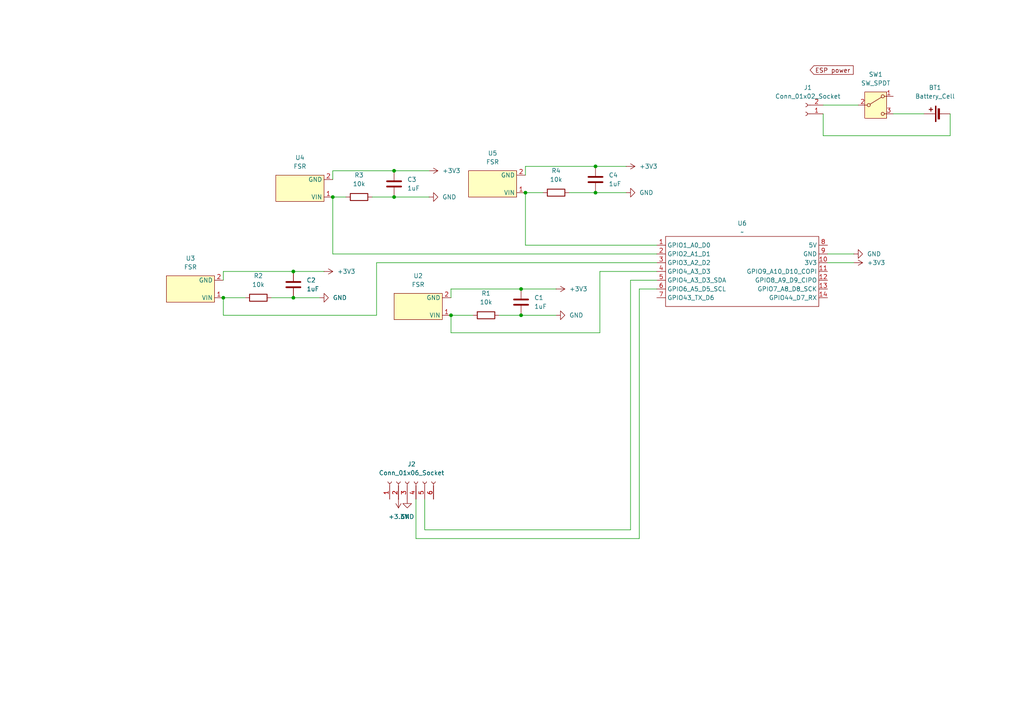
<source format=kicad_sch>
(kicad_sch (version 20231120) (generator "eeschema") (generator_version "8.0")
  (paper "A4")
  (title_block (date "2025-02-05") (company "Adele Wang") (comment 1 "v1.0"))
  (lib_symbols
    (symbol "Connector:Conn_01x02_Socket" (pin_names (offset 1.016) hide)
      (property "Reference" "J" (at 0 2.54 0))
      (property "Value" "Conn_01x02_Socket" (at 0 -5.08 0))
      (symbol "Conn_01x02_Socket_1_1"
        (arc (start 0 -2.032) (mid -0.5058 -2.54) (end 0 -3.048) (stroke (width 0.1524)))
        (polyline (pts (xy -1.27 -2.54) (xy -0.508 -2.54)) (stroke (width 0.1524)))
        (polyline (pts (xy -1.27 0) (xy -0.508 0)) (stroke (width 0.1524)))
        (arc (start 0 0.508) (mid -0.5058 0) (end 0 -0.508) (stroke (width 0.1524)))
        (pin passive line (at -5.08 0 0) (length 3.81) (name "Pin_1") (number "1"))
        (pin passive line (at -5.08 -2.54 0) (length 3.81) (name "Pin_2") (number "2"))
      )
    )
    (symbol "Connector:Conn_01x06_Socket" (pin_names (offset 1.016) hide)
      (property "Reference" "J" (at 0 7.62 0))
      (property "Value" "Conn_01x06_Socket" (at 0 -10.16 0))
      (symbol "Conn_01x06_Socket_1_1"
        (arc (start 0 -7.112) (mid -0.5058 -7.62) (end 0 -8.128) (stroke (width 0.1524)))
        (arc (start 0 -4.572) (mid -0.5058 -5.08) (end 0 -5.588) (stroke (width 0.1524)))
        (arc (start 0 -2.032) (mid -0.5058 -2.54) (end 0 -3.048) (stroke (width 0.1524)))
        (polyline (pts (xy -1.27 -7.62) (xy -0.508 -7.62)) (stroke (width 0.1524)))
        (polyline (pts (xy -1.27 -5.08) (xy -0.508 -5.08)) (stroke (width 0.1524)))
        (polyline (pts (xy -1.27 -2.54) (xy -0.508 -2.54)) (stroke (width 0.1524)))
        (polyline (pts (xy -1.27 0) (xy -0.508 0)) (stroke (width 0.1524)))
        (polyline (pts (xy -1.27 2.54) (xy -0.508 2.54)) (stroke (width 0.1524)))
        (polyline (pts (xy -1.27 5.08) (xy -0.508 5.08)) (stroke (width 0.1524)))
        (arc (start 0 0.508) (mid -0.5058 0) (end 0 -0.508) (stroke (width 0.1524)))
        (arc (start 0 3.048) (mid -0.5058 2.54) (end 0 2.032) (stroke (width 0.1524)))
        (arc (start 0 5.588) (mid -0.5058 5.08) (end 0 4.572) (stroke (width 0.1524)))
        (pin passive line (at -5.08 5.08 0) (length 3.81) (name "Pin_1") (number "1"))
        (pin passive line (at -5.08 2.54 0) (length 3.81) (name "Pin_2") (number "2"))
        (pin passive line (at -5.08 0 0) (length 3.81) (name "Pin_3") (number "3"))
        (pin passive line (at -5.08 -2.54 0) (length 3.81) (name "Pin_4") (number "4"))
        (pin passive line (at -5.08 -5.08 0) (length 3.81) (name "Pin_5") (number "5"))
        (pin passive line (at -5.08 -7.62 0) (length 3.81) (name "Pin_6") (number "6"))
      )
    )
    (symbol "Device:Battery_Cell" (pin_numbers hide) (pin_names (offset 0) hide)
      (property "Reference" "BT" (at 2.54 2.54 0))
      (property "Value" "Battery_Cell" (at 2.54 0 0))
      (symbol "Battery_Cell_0_1"
        (rectangle (start -2.286 1.778) (end 2.286 1.524) (fill (type outline)))
        (rectangle (start -1.524 1.016) (end 1.524 0.508) (fill (type outline)))
        (polyline (pts (xy 0 0.762) (xy 0 0)))
        (polyline (pts (xy 0 1.778) (xy 0 2.54)))
        (polyline (pts (xy 0.762 3.048) (xy 1.778 3.048)) (stroke (width 0.254)))
        (polyline (pts (xy 1.27 3.556) (xy 1.27 2.54)) (stroke (width 0.254)))
      )
      (symbol "Battery_Cell_1_1"
        (pin passive line (at 0 5.08 270) (length 2.54) (name "+") (number "1"))
        (pin passive line (at 0 -2.54 90) (length 2.54) (name "-") (number "2"))
      )
    )
    (symbol "Device:C" (pin_numbers hide) (pin_names (offset 0.254))
      (property "Reference" "C" (at 0.635 2.54 0))
      (property "Value" "C" (at 0.635 -2.54 0))
      (symbol "C_0_1"
        (polyline (pts (xy -2.032 -0.762) (xy 2.032 -0.762)) (stroke (width 0.508)))
        (polyline (pts (xy -2.032 0.762) (xy 2.032 0.762)) (stroke (width 0.508)))
      )
      (symbol "C_1_1"
        (pin passive line (at 0 3.81 270) (length 2.794) (name "~") (number "1"))
        (pin passive line (at 0 -3.81 90) (length 2.794) (name "~") (number "2"))
      )
    )
    (symbol "Device:R" (pin_numbers hide) (pin_names (offset 0))
      (property "Reference" "R" (at 2.032 0 90))
      (property "Value" "R" (at 0 0 90))
      (symbol "R_0_1"
        (rectangle (start -1.016 -2.54) (end 1.016 2.54) (stroke (width 0.254)))
      )
      (symbol "R_1_1"
        (pin passive line (at 0 3.81 270) (length 1.27) (name "~") (number "1"))
        (pin passive line (at 0 -3.81 90) (length 1.27) (name "~") (number "2"))
      )
    )
    (symbol "FSR:FSR"
      (property "Reference" "U" (at 0 7.62 0))
      (property "Value" "FSR" (at 0 9.398 0))
      (symbol "FSR_1_1"
        (rectangle (start -3.81 6.35) (end 3.81 -7.62) (fill (type color) (color 255 255 194 1)))
        (pin output line (at -2.54 -10.16 90) (length 2.54) (name "VIN") (number "1"))
        (pin output line (at 2.54 -10.16 90) (length 2.54) (name "GND") (number "2"))
      )
    )
    (symbol "Switch:SW_SPDT" (pin_names (offset 0) hide)
      (property "Reference" "SW" (at 0 5.08 0))
      (property "Value" "SW_SPDT" (at 0 -5.08 0))
      (symbol "SW_SPDT_0_1"
        (circle (center -2.032 0) (radius 0.4572))
        (polyline (pts (xy -1.651 0.254) (xy 1.651 2.286)))
        (circle (center 2.032 -2.54) (radius 0.4572))
        (circle (center 2.032 2.54) (radius 0.4572))
      )
      (symbol "SW_SPDT_1_1"
        (rectangle (start -3.175 3.81) (end 3.175 -3.81) (fill (type background)))
        (pin passive line (at 5.08 2.54 180) (length 2.54) (name "A") (number "1"))
        (pin passive line (at -5.08 0 0) (length 2.54) (name "B") (number "2"))
        (pin passive line (at 5.08 -2.54 180) (length 2.54) (name "C") (number "3"))
      )
    )
    (symbol "XIAO ESP 32 S3:XIAO_ESP32_SENSE"
      (property "Reference" "U" (at 0 0 0))
      (symbol "XIAO_ESP32_SENSE_0_1"
        (polyline (pts (xy -20.32 8.89) (xy -20.32 -11.43) (xy 24.13 -11.43) (xy 24.13 8.89) (xy -20.32 8.89)))
      )
      (symbol "XIAO_ESP32_SENSE_1_1"
        (pin bidirectional line (at -22.86 6.35 0) (length 2.54) (name "GPIO1_A0_D0") (number "1"))
        (pin bidirectional line (at 26.67 1.27 180) (length 2.54) (name "3V3") (number "10"))
        (pin bidirectional line (at 26.67 -1.27 180) (length 2.54) (name "GPIO9_A10_D10_COPI") (number "11"))
        (pin bidirectional line (at 26.67 -3.81 180) (length 2.54) (name "GPIO8_A9_D9_CIPO") (number "12"))
        (pin bidirectional line (at 26.67 -6.35 180) (length 2.54) (name "GPIO7_A8_D8_SCK") (number "13"))
        (pin bidirectional line (at 26.67 -8.89 180) (length 2.54) (name "GPIO44_D7_RX") (number "14"))
        (pin bidirectional line (at -22.86 3.81 0) (length 2.54) (name "GPIO2_A1_D1") (number "2"))
        (pin bidirectional line (at -22.86 1.27 0) (length 2.54) (name "GPIO3_A2_D2") (number "3"))
        (pin bidirectional line (at -22.86 -1.27 0) (length 2.54) (name "GPIO4_A3_D3") (number "4"))
        (pin bidirectional line (at -22.86 -3.81 0) (length 2.54) (name "GPIO4_A3_D3_SDA") (number "5"))
        (pin bidirectional line (at -22.86 -6.35 0) (length 2.54) (name "GPIO6_A5_D5_SCL") (number "6"))
        (pin bidirectional line (at -22.86 -8.89 0) (length 2.54) (name "GPIO43_TX_D6") (number "7"))
        (pin bidirectional line (at 26.67 6.35 180) (length 2.54) (name "5V") (number "8"))
        (pin bidirectional line (at 26.67 3.81 180) (length 2.54) (name "GND") (number "9"))
      )
    )
    (symbol "power:+3.3V" (power) (pin_numbers hide) (pin_names (offset 0) hide)
      (property "Value" "+3.3V" (at 0 3.556 0))
      (symbol "+3.3V_0_1"
        (polyline (pts (xy -0.762 1.27) (xy 0 2.54)))
        (polyline (pts (xy 0 0) (xy 0 2.54)))
        (polyline (pts (xy 0 2.54) (xy 0.762 1.27)))
      )
      (symbol "+3.3V_1_1"
        (pin power_in line (at 0 0 90) (length 0) (name "~") (number "1"))
      )
    )
    (symbol "power:+3V3" (power) (pin_numbers hide) (pin_names (offset 0) hide)
      (property "Value" "+3V3" (at 0 3.556 0))
      (symbol "+3V3_0_1"
        (polyline (pts (xy -0.762 1.27) (xy 0 2.54)))
        (polyline (pts (xy 0 0) (xy 0 2.54)))
        (polyline (pts (xy 0 2.54) (xy 0.762 1.27)))
      )
      (symbol "+3V3_1_1"
        (pin power_in line (at 0 0 90) (length 0) (name "~") (number "1"))
      )
    )
    (symbol "power:GND" (power) (pin_numbers hide) (pin_names (offset 0) hide)
      (property "Value" "GND" (at 0 -3.81 0))
      (symbol "GND_0_1"
        (polyline (pts (xy 0 0) (xy 0 -1.27) (xy 1.27 -1.27) (xy 0 -2.54) (xy -1.27 -1.27) (xy 0 -1.27)))
      )
      (symbol "GND_1_1"
        (pin power_in line (at 0 0 270) (length 0) (name "~") (number "1"))
      )
    )
  )
  (junction (at 85.09 86.36))
  (junction (at 172.72 55.88))
  (junction (at 151.13 83.82))
  (junction (at 96.52 57.15))
  (junction (at 114.3 57.15))
  (junction (at 64.77 86.36))
  (junction (at 130.81 91.44))
  (junction (at 114.3 49.53))
  (junction (at 172.72 48.26))
  (junction (at 152.4 55.88))
  (junction (at 151.13 91.44))
  (junction (at 85.09 78.74))
  (wire (pts (xy 240.03 76.2) (xy 247.65 76.2)))
  (wire (pts (xy 120.65 156.21) (xy 120.65 144.78)))
  (wire (pts (xy 165.1 55.88) (xy 172.72 55.88)))
  (wire (pts (xy 144.78 91.44) (xy 151.13 91.44)))
  (wire (pts (xy 114.3 49.53) (xy 124.46 49.53)))
  (wire (pts (xy 275.59 33.02) (xy 275.59 39.37)))
  (wire (pts (xy 185.42 156.21) (xy 120.65 156.21)))
  (wire (pts (xy 96.52 57.15) (xy 100.33 57.15)))
  (wire (pts (xy 92.71 86.36) (xy 85.09 86.36)))
  (wire (pts (xy 152.4 50.8) (xy 152.4 48.26)))
  (wire (pts (xy 173.99 78.74) (xy 190.5 78.74)))
  (wire (pts (xy 130.81 86.36) (xy 130.81 83.82)))
  (wire (pts (xy 182.88 81.28) (xy 182.88 153.67)))
  (wire (pts (xy 109.22 76.2) (xy 109.22 91.44)))
  (wire (pts (xy 185.42 83.82) (xy 185.42 156.21)))
  (wire (pts (xy 172.72 55.88) (xy 181.61 55.88)))
  (wire (pts (xy 64.77 81.28) (xy 64.77 78.74)))
  (wire (pts (xy 151.13 83.82) (xy 161.29 83.82)))
  (wire (pts (xy 114.3 57.15) (xy 124.46 57.15)))
  (wire (pts (xy 130.81 91.44) (xy 137.16 91.44)))
  (wire (pts (xy 173.99 96.52) (xy 130.81 96.52)))
  (wire (pts (xy 64.77 78.74) (xy 85.09 78.74)))
  (wire (pts (xy 182.88 81.28) (xy 190.5 81.28)))
  (wire (pts (xy 107.95 57.15) (xy 114.3 57.15)))
  (wire (pts (xy 238.76 33.02) (xy 238.76 39.37)))
  (wire (pts (xy 130.81 96.52) (xy 130.81 91.44)))
  (wire (pts (xy 123.19 153.67) (xy 123.19 144.78)))
  (wire (pts (xy 96.52 73.66) (xy 190.5 73.66)))
  (wire (pts (xy 85.09 78.74) (xy 93.98 78.74)))
  (wire (pts (xy 152.4 48.26) (xy 172.72 48.26)))
  (wire (pts (xy 275.59 39.37) (xy 238.76 39.37)))
  (wire (pts (xy 172.72 48.26) (xy 181.61 48.26)))
  (wire (pts (xy 238.76 30.48) (xy 248.92 30.48)))
  (wire (pts (xy 182.88 153.67) (xy 123.19 153.67)))
  (wire (pts (xy 96.52 57.15) (xy 96.52 73.66)))
  (wire (pts (xy 185.42 83.82) (xy 190.5 83.82)))
  (wire (pts (xy 78.74 86.36) (xy 85.09 86.36)))
  (wire (pts (xy 64.77 91.44) (xy 64.77 86.36)))
  (wire (pts (xy 152.4 55.88) (xy 157.48 55.88)))
  (wire (pts (xy 190.5 71.12) (xy 152.4 71.12)))
  (wire (pts (xy 259.08 33.02) (xy 267.97 33.02)))
  (wire (pts (xy 64.77 86.36) (xy 71.12 86.36)))
  (wire (pts (xy 96.52 49.53) (xy 114.3 49.53)))
  (wire (pts (xy 96.52 52.07) (xy 96.52 49.53)))
  (wire (pts (xy 161.29 91.44) (xy 151.13 91.44)))
  (wire (pts (xy 152.4 71.12) (xy 152.4 55.88)))
  (wire (pts (xy 240.03 73.66) (xy 247.65 73.66)))
  (wire (pts (xy 130.81 83.82) (xy 151.13 83.82)))
  (wire (pts (xy 173.99 78.74) (xy 173.99 96.52)))
  (wire (pts (xy 109.22 91.44) (xy 64.77 91.44)))
  (wire (pts (xy 190.5 76.2) (xy 109.22 76.2)))
  (global_label "ESP power" (shape input) (at 234.95 20.32 0) (property "Intersheetrefs" "${INTERSHEET_REFS}" (effects (hide yes))))
  (symbol (lib_id "power:+3V3") (at 93.98 78.74 270) (unit 1)
    (property "Reference" "#PWR03" (effects (hide yes)))
    (property "Value" "+3V3" (at 97.79 78.7399 90) (effects (justify left)))
    (property "Description" "Power symbol creates a global label with name \"+3V3\"" (effects (hide yes)))
  )
  (symbol (lib_id "power:+3.3V") (at 115.57 144.78 180) (unit 1)
    (property "Reference" "#PWR06" (effects (hide yes)))
    (property "Value" "+3.3V" (at 115.57 149.86 0))
    (property "Description" "Power symbol creates a global label with name \"+3.3V\"" (effects (hide yes)))
  )
  (symbol (lib_id "Device:R") (at 140.97 91.44 90) (unit 1)
    (property "Reference" "R1" (at 140.97 85.09 90))
    (property "Value" "10k" (at 140.97 87.63 90))
    (property "Footprint" "Resistor_SMD:R_0805_2012Metric_Pad1.20x1.40mm_HandSolder" (effects (hide yes)))
    (property "Description" "Resistor" (effects (hide yes)))
  )
  (symbol (lib_id "power:GND") (at 161.29 91.44 90) (unit 1)
    (property "Reference" "#PWR0108" (effects (hide yes)))
    (property "Value" "GND" (at 165.1 91.4399 90) (effects (justify right)))
    (property "Description" "Power symbol creates a global label with name \"GND\" , ground" (effects (hide yes)))
  )
  (symbol (lib_id "FSR:FSR") (at 86.36 54.61 90) (unit 1)
    (property "Reference" "U4" (at 86.995 45.72 90))
    (property "Value" "FSR" (at 86.995 48.26 90))
    (property "Footprint" "Connector_PinHeader_2.54mm:PinHeader_1x02_P2.54mm_Vertical" (effects (hide yes)))
    (property "Datasheet" "https://learn.adafruit.com/force-sensitive-resistor-fsr" (effects (hide yes)))
  )
  (symbol (lib_id "power:+3V3") (at 247.65 76.2 270) (unit 1)
    (property "Reference" "#PWR0103" (effects (hide yes)))
    (property "Value" "+3V3" (at 251.46 76.1999 90) (effects (justify left)))
    (property "Description" "Power symbol creates a global label with name \"+3V3\"" (effects (hide yes)))
  )
  (symbol (lib_id "power:GND") (at 181.61 55.88 90) (unit 1)
    (property "Reference" "#PWR01" (effects (hide yes)))
    (property "Value" "GND" (at 185.42 55.8799 90) (effects (justify right)))
    (property "Description" "Power symbol creates a global label with name \"GND\" , ground" (effects (hide yes)))
  )
  (symbol (lib_id "FSR:FSR") (at 142.24 53.34 90) (unit 1)
    (property "Reference" "U5" (at 142.875 44.45 90))
    (property "Value" "FSR" (at 142.875 46.99 90))
    (property "Footprint" "Connector_PinHeader_2.54mm:PinHeader_1x02_P2.54mm_Vertical" (effects (hide yes)))
    (property "Datasheet" "https://learn.adafruit.com/force-sensitive-resistor-fsr" (effects (hide yes)))
  )
  (symbol (lib_id "Device:R") (at 161.29 55.88 90) (unit 1)
    (property "Reference" "R4" (at 161.29 49.53 90))
    (property "Value" "10k" (at 161.29 52.07 90))
    (property "Footprint" "Resistor_SMD:R_0805_2012Metric_Pad1.20x1.40mm_HandSolder" (effects (hide yes)))
    (property "Description" "Resistor" (effects (hide yes)))
  )
  (symbol (lib_id "Switch:SW_SPDT") (at 254 30.48 0) (unit 1)
    (property "Reference" "SW1" (at 254 21.59 0))
    (property "Value" "SW_SPDT" (at 254 24.13 0))
    (property "Footprint" "Connector_PinHeader_2.54mm:PinHeader_1x03_P2.54mm_Vertical" (effects (hide yes)))
    (property "Description" "Switch, single pole double throw" (effects (hide yes)))
  )
  (symbol (lib_id "Device:C") (at 151.13 87.63 0) (unit 1)
    (property "Reference" "C1" (at 154.94 86.3599 0) (effects (justify left)))
    (property "Value" "1uF" (at 154.94 88.8999 0) (effects (justify left)))
    (property "Footprint" "Capacitor_SMD:C_0805_2012Metric_Pad1.18x1.45mm_HandSolder" (effects (hide yes)))
    (property "Description" "Unpolarized capacitor" (effects (hide yes)))
  )
  (symbol (lib_id "power:+3V3") (at 124.46 49.53 270) (unit 1)
    (property "Reference" "#PWR02" (effects (hide yes)))
    (property "Value" "+3V3" (at 128.27 49.5299 90) (effects (justify left)))
    (property "Description" "Power symbol creates a global label with name \"+3V3\"" (effects (hide yes)))
  )
  (symbol (lib_id "Device:R") (at 74.93 86.36 90) (unit 1)
    (property "Reference" "R2" (at 74.93 80.01 90))
    (property "Value" "10k" (at 74.93 82.55 90))
    (property "Footprint" "Resistor_SMD:R_0805_2012Metric_Pad1.20x1.40mm_HandSolder" (effects (hide yes)))
    (property "Description" "Resistor" (effects (hide yes)))
  )
  (symbol (lib_id "Device:C") (at 172.72 52.07 0) (unit 1)
    (property "Reference" "C4" (at 176.53 50.7999 0) (effects (justify left)))
    (property "Value" "1uF" (at 176.53 53.3399 0) (effects (justify left)))
    (property "Footprint" "Capacitor_SMD:C_0805_2012Metric_Pad1.18x1.45mm_HandSolder" (effects (hide yes)))
    (property "Description" "Unpolarized capacitor" (effects (hide yes)))
  )
  (symbol (lib_id "Device:C") (at 114.3 53.34 0) (unit 1)
    (property "Reference" "C3" (at 118.11 52.0699 0) (effects (justify left)))
    (property "Value" "1uF" (at 118.11 54.6099 0) (effects (justify left)))
    (property "Footprint" "Capacitor_SMD:C_0805_2012Metric_Pad1.18x1.45mm_HandSolder" (effects (hide yes)))
    (property "Description" "Unpolarized capacitor" (effects (hide yes)))
  )
  (symbol (lib_id "power:+3V3") (at 181.61 48.26 270) (unit 1)
    (property "Reference" "#PWR0101" (effects (hide yes)))
    (property "Value" "+3V3" (at 185.42 48.2599 90) (effects (justify left)))
    (property "Description" "Power symbol creates a global label with name \"+3V3\"" (effects (hide yes)))
  )
  (symbol (lib_id "FSR:FSR") (at 54.61 83.82 90) (unit 1)
    (property "Reference" "U3" (at 55.245 74.93 90))
    (property "Value" "FSR" (at 55.245 77.47 90))
    (property "Footprint" "Connector_PinHeader_2.54mm:PinHeader_1x02_P2.54mm_Vertical" (effects (hide yes)))
    (property "Datasheet" "https://learn.adafruit.com/force-sensitive-resistor-fsr" (effects (hide yes)))
  )
  (symbol (lib_id "Connector:Conn_01x02_Socket") (at 233.68 33.02 180) (unit 1)
    (property "Reference" "J1" (at 234.315 25.4 0))
    (property "Value" "Conn_01x02_Socket" (at 234.315 27.94 0))
    (property "Footprint" "Connector_PinHeader_2.54mm:PinHeader_1x02_P2.54mm_Vertical" (effects (hide yes)))
    (property "Description" "Generic connector, single row, 01x02, script generated" (effects (hide yes)))
  )
  (symbol (lib_id "Connector:Conn_01x06_Socket") (at 118.11 139.7 90) (unit 1)
    (property "Reference" "J2" (at 119.38 134.62 90))
    (property "Value" "Conn_01x06_Socket" (at 119.38 137.16 90))
    (property "Footprint" "Connector_PinHeader_2.54mm:PinHeader_1x05_P2.54mm_Vertical" (effects (hide yes)))
    (property "Description" "Generic connector, single row, 01x06, script generated" (effects (hide yes)))
  )
  (symbol (lib_id "XIAO ESP 32 S3:XIAO_ESP32_SENSE") (at 213.36 77.47 0) (unit 1)
    (property "Reference" "U6" (at 215.265 64.77 0))
    (property "Value" "~" (at 215.265 67.31 0))
    (property "Footprint" "XIAO ESP32 S3:XIAO_ESP32_SENSE" (effects (hide yes)))
  )
  (symbol (lib_id "power:+3V3") (at 161.29 83.82 270) (unit 1)
    (property "Reference" "#PWR04" (effects (hide yes)))
    (property "Value" "+3V3" (at 165.1 83.8199 90) (effects (justify left)))
    (property "Description" "Power symbol creates a global label with name \"+3V3\"" (effects (hide yes)))
  )
  (symbol (lib_id "power:GND") (at 247.65 73.66 90) (unit 1)
    (property "Reference" "#PWR0102" (effects (hide yes)))
    (property "Value" "GND" (at 251.46 73.6599 90) (effects (justify right)))
    (property "Description" "Power symbol creates a global label with name \"GND\" , ground" (effects (hide yes)))
  )
  (symbol (lib_id "Device:R") (at 104.14 57.15 90) (unit 1)
    (property "Reference" "R3" (at 104.14 50.8 90))
    (property "Value" "10k" (at 104.14 53.34 90))
    (property "Footprint" "Resistor_SMD:R_0805_2012Metric_Pad1.20x1.40mm_HandSolder" (effects (hide yes)))
    (property "Description" "Resistor" (effects (hide yes)))
  )
  (symbol (lib_id "Device:C") (at 85.09 82.55 0) (unit 1)
    (property "Reference" "C2" (at 88.9 81.2799 0) (effects (justify left)))
    (property "Value" "1uF" (at 88.9 83.8199 0) (effects (justify left)))
    (property "Footprint" "Capacitor_SMD:C_0805_2012Metric_Pad1.18x1.45mm_HandSolder" (effects (hide yes)))
    (property "Description" "Unpolarized capacitor" (effects (hide yes)))
  )
  (symbol (lib_id "power:GND") (at 124.46 57.15 90) (unit 1)
    (property "Reference" "#PWR0106" (effects (hide yes)))
    (property "Value" "GND" (at 128.27 57.1499 90) (effects (justify right)))
    (property "Description" "Power symbol creates a global label with name \"GND\" , ground" (effects (hide yes)))
  )
  (symbol (lib_id "power:GND") (at 118.11 144.78 0) (unit 1)
    (property "Reference" "#PWR05" (effects (hide yes)))
    (property "Value" "GND" (at 116.078 149.86 0) (effects (justify left)))
    (property "Description" "Power symbol creates a global label with name \"GND\" , ground" (effects (hide yes)))
  )
  (symbol (lib_id "FSR:FSR") (at 120.65 88.9 90) (unit 1)
    (property "Reference" "U2" (at 121.285 80.01 90))
    (property "Value" "FSR" (at 121.285 82.55 90))
    (property "Footprint" "Connector_PinHeader_2.54mm:PinHeader_1x02_P2.54mm_Vertical" (effects (hide yes)))
    (property "Datasheet" "https://learn.adafruit.com/force-sensitive-resistor-fsr" (effects (hide yes)))
  )
  (symbol (lib_id "Device:Battery_Cell") (at 273.05 33.02 90) (unit 1)
    (property "Reference" "BT1" (at 271.2085 25.4 90))
    (property "Value" "Battery_Cell" (at 271.2085 27.94 90))
    (property "Footprint" "Battery:BatteryHolder_Keystone_1042_1x18650" (effects (hide yes)))
    (property "Description" "Single-cell battery" (effects (hide yes)))
  )
  (symbol (lib_id "power:GND") (at 92.71 86.36 90) (unit 1)
    (property "Reference" "#PWR0107" (effects (hide yes)))
    (property "Value" "GND" (at 96.52 86.3599 90) (effects (justify right)))
    (property "Description" "Power symbol creates a global label with name \"GND\" , ground" (effects (hide yes)))
  )
)
</source>
